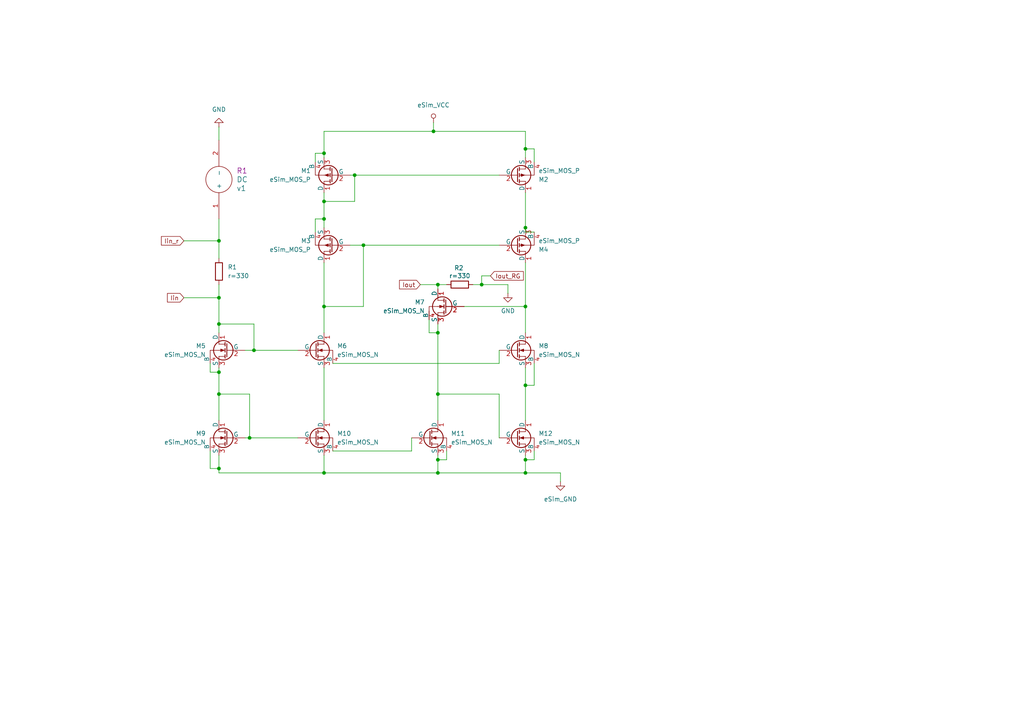
<source format=kicad_sch>
(kicad_sch (version 20231120) (generator "eeschema") (generator_version "8.0")
  (paper "A4")
  (lib_symbols
    (symbol "eSim_Devices:eSim_MOS_N" (pin_names (offset 0))
      (property "Reference" "M" (at 0 -3.81 0))
      (property "Value" "eSim_MOS_N" (at 2.54 -1.27 0))
      (symbol "eSim_MOS_N_0_1"
        (polyline (pts (xy 3.302 -7.366) (xy 3.302 -6.35)) (stroke (width 0.254)))
        (polyline (pts (xy 3.302 -6.858) (xy 5.08 -6.858)))
        (polyline (pts (xy 3.302 -5.588) (xy 3.302 -4.572)) (stroke (width 0.254)))
        (polyline (pts (xy 3.302 -5.08) (xy 5.08 -5.08)))
        (polyline (pts (xy 3.302 -3.81) (xy 3.302 -2.794)) (stroke (width 0.254)))
        (polyline (pts (xy 3.302 -3.302) (xy 5.08 -3.302)))
        (polyline (pts (xy 5.08 -7.62) (xy 5.08 -6.858)))
        (polyline (pts (xy 5.08 -3.302) (xy 5.08 -2.54)))
        (polyline (pts (xy 2.794 -6.985) (xy 2.794 -3.175) (xy 2.794 -3.175)) (stroke (width 0.254)))
        (polyline (pts (xy 5.08 -5.08) (xy 7.62 -5.08) (xy 7.62 -6.35)))
        (polyline (pts (xy 3.556 -5.08) (xy 4.572 -5.461) (xy 4.572 -4.699) (xy 3.556 -5.08)) (fill (type outline)))
        (circle (center 3.81 -5.08) (radius 2.8194) (stroke (width 0.254)))
      )
      (symbol "eSim_MOS_N_1_1"
        (pin passive line (at 5.08 0 270) (length 2.54) (name "D") (number "1"))
        (pin passive line (at -2.54 -5.08 0) (length 5.334) (name "G") (number "2"))
        (pin passive line (at 5.08 -10.16 90) (length 2.54) (name "S") (number "3"))
        (pin passive line (at 7.62 -8.89 90) (length 2.4892) (name "B") (number "4"))
      )
    )
    (symbol "eSim_Devices:eSim_MOS_P" (pin_names (offset 0))
      (property "Reference" "M" (at -1.27 1.27 0))
      (property "Value" "eSim_MOS_P" (at 1.27 3.81 0))
      (symbol "eSim_MOS_P_0_1"
        (polyline (pts (xy 2.032 -1.778) (xy 3.81 -1.778)))
        (polyline (pts (xy 2.032 -1.27) (xy 2.032 -2.286)) (stroke (width 0.254)))
        (polyline (pts (xy 2.032 0) (xy 3.81 0)))
        (polyline (pts (xy 2.032 0.508) (xy 2.032 -0.508)) (stroke (width 0.254)))
        (polyline (pts (xy 2.032 1.778) (xy 3.81 1.778)))
        (polyline (pts (xy 2.032 2.286) (xy 2.032 1.27)) (stroke (width 0.254)))
        (polyline (pts (xy 3.81 -1.778) (xy 3.81 -2.54)))
        (polyline (pts (xy 3.81 2.54) (xy 3.81 1.778)))
        (polyline (pts (xy 1.524 1.905) (xy 1.524 -1.905) (xy 1.524 -1.905)) (stroke (width 0.254)))
        (polyline (pts (xy 3.81 0) (xy 6.35 0) (xy 6.35 -1.27)))
        (polyline (pts (xy 3.556 0) (xy 2.54 -0.381) (xy 2.54 0.381) (xy 3.556 0)) (fill (type outline)))
        (circle (center 2.54 0) (radius 2.8194) (stroke (width 0.254)))
      )
      (symbol "eSim_MOS_P_1_1"
        (pin passive line (at 3.81 5.08 270) (length 2.54) (name "D") (number "1"))
        (pin passive line (at -3.81 0 0) (length 5.334) (name "G") (number "2"))
        (pin passive line (at 3.81 -5.08 90) (length 2.54) (name "S") (number "3"))
        (pin passive line (at 6.35 -3.81 90) (length 2.54) (name "B") (number "4"))
      )
    )
    (symbol "eSim_Devices:resistor" (pin_numbers hide) (pin_names (offset 0))
      (property "Reference" "R" (at 1.27 3.302 0))
      (property "Value" "resistor" (at 1.27 -1.27 0))
      (symbol "resistor_0_1"
        (rectangle (start 3.81 0.254) (end -1.27 2.286) (stroke (width 0.254)))
      )
      (symbol "resistor_1_1"
        (pin passive line (at -2.54 1.27 0) (length 1.27) (name "~") (number "1"))
        (pin passive line (at 5.08 1.27 180) (length 1.27) (name "~") (number "2"))
      )
    )
    (symbol "eSim_MOS_N_1" (pin_names (offset 0))
      (property "Reference" "M" (at 0 -3.81 0))
      (property "Value" "eSim_MOS_N" (at 2.54 -1.27 0))
      (symbol "eSim_MOS_N_1_0_1"
        (polyline (pts (xy 3.302 -7.366) (xy 3.302 -6.35)) (stroke (width 0.254)))
        (polyline (pts (xy 3.302 -6.858) (xy 5.08 -6.858)))
        (polyline (pts (xy 3.302 -5.588) (xy 3.302 -4.572)) (stroke (width 0.254)))
        (polyline (pts (xy 3.302 -5.08) (xy 5.08 -5.08)))
        (polyline (pts (xy 3.302 -3.81) (xy 3.302 -2.794)) (stroke (width 0.254)))
        (polyline (pts (xy 3.302 -3.302) (xy 5.08 -3.302)))
        (polyline (pts (xy 5.08 -7.62) (xy 5.08 -6.858)))
        (polyline (pts (xy 5.08 -3.302) (xy 5.08 -2.54)))
        (polyline (pts (xy 2.794 -6.985) (xy 2.794 -3.175) (xy 2.794 -3.175)) (stroke (width 0.254)))
        (polyline (pts (xy 5.08 -5.08) (xy 7.62 -5.08) (xy 7.62 -6.35)))
        (polyline (pts (xy 3.556 -5.08) (xy 4.572 -5.461) (xy 4.572 -4.699) (xy 3.556 -5.08)) (fill (type outline)))
        (circle (center 3.81 -5.08) (radius 2.8194) (stroke (width 0.254)))
      )
      (symbol "eSim_MOS_N_1_1_1"
        (pin passive line (at 5.08 0 270) (length 2.54) (name "D") (number "1"))
        (pin passive line (at -2.54 -5.08 0) (length 5.334) (name "G") (number "2"))
        (pin passive line (at 5.08 -10.16 90) (length 2.54) (name "S") (number "3"))
        (pin passive line (at 7.62 -8.89 90) (length 2.4892) (name "B") (number "4"))
      )
    )
    (symbol "eSim_MOS_N_2" (pin_names (offset 0))
      (property "Reference" "M" (at 0 -3.81 0))
      (property "Value" "eSim_MOS_N" (at 2.54 -1.27 0))
      (symbol "eSim_MOS_N_2_0_1"
        (polyline (pts (xy 3.302 -7.366) (xy 3.302 -6.35)) (stroke (width 0.254)))
        (polyline (pts (xy 3.302 -6.858) (xy 5.08 -6.858)))
        (polyline (pts (xy 3.302 -5.588) (xy 3.302 -4.572)) (stroke (width 0.254)))
        (polyline (pts (xy 3.302 -5.08) (xy 5.08 -5.08)))
        (polyline (pts (xy 3.302 -3.81) (xy 3.302 -2.794)) (stroke (width 0.254)))
        (polyline (pts (xy 3.302 -3.302) (xy 5.08 -3.302)))
        (polyline (pts (xy 5.08 -7.62) (xy 5.08 -6.858)))
        (polyline (pts (xy 5.08 -3.302) (xy 5.08 -2.54)))
        (polyline (pts (xy 2.794 -6.985) (xy 2.794 -3.175) (xy 2.794 -3.175)) (stroke (width 0.254)))
        (polyline (pts (xy 5.08 -5.08) (xy 7.62 -5.08) (xy 7.62 -6.35)))
        (polyline (pts (xy 3.556 -5.08) (xy 4.572 -5.461) (xy 4.572 -4.699) (xy 3.556 -5.08)) (fill (type outline)))
        (circle (center 3.81 -5.08) (radius 2.8194) (stroke (width 0.254)))
      )
      (symbol "eSim_MOS_N_2_1_1"
        (pin passive line (at 5.08 0 270) (length 2.54) (name "D") (number "1"))
        (pin passive line (at -2.54 -5.08 0) (length 5.334) (name "G") (number "2"))
        (pin passive line (at 5.08 -10.16 90) (length 2.54) (name "S") (number "3"))
        (pin passive line (at 7.62 -8.89 90) (length 2.4892) (name "B") (number "4"))
      )
    )
    (symbol "eSim_MOS_N_3" (pin_names (offset 0))
      (property "Reference" "M" (at 0 -3.81 0))
      (property "Value" "eSim_MOS_N" (at 2.54 -1.27 0))
      (symbol "eSim_MOS_N_3_0_1"
        (polyline (pts (xy 3.302 -7.366) (xy 3.302 -6.35)) (stroke (width 0.254)))
        (polyline (pts (xy 3.302 -6.858) (xy 5.08 -6.858)))
        (polyline (pts (xy 3.302 -5.588) (xy 3.302 -4.572)) (stroke (width 0.254)))
        (polyline (pts (xy 3.302 -5.08) (xy 5.08 -5.08)))
        (polyline (pts (xy 3.302 -3.81) (xy 3.302 -2.794)) (stroke (width 0.254)))
        (polyline (pts (xy 3.302 -3.302) (xy 5.08 -3.302)))
        (polyline (pts (xy 5.08 -7.62) (xy 5.08 -6.858)))
        (polyline (pts (xy 5.08 -3.302) (xy 5.08 -2.54)))
        (polyline (pts (xy 2.794 -6.985) (xy 2.794 -3.175) (xy 2.794 -3.175)) (stroke (width 0.254)))
        (polyline (pts (xy 5.08 -5.08) (xy 7.62 -5.08) (xy 7.62 -6.35)))
        (polyline (pts (xy 3.556 -5.08) (xy 4.572 -5.461) (xy 4.572 -4.699) (xy 3.556 -5.08)) (fill (type outline)))
        (circle (center 3.81 -5.08) (radius 2.8194) (stroke (width 0.254)))
      )
      (symbol "eSim_MOS_N_3_1_1"
        (pin passive line (at 5.08 0 270) (length 2.54) (name "D") (number "1"))
        (pin passive line (at -2.54 -5.08 0) (length 5.334) (name "G") (number "2"))
        (pin passive line (at 5.08 -10.16 90) (length 2.54) (name "S") (number "3"))
        (pin passive line (at 7.62 -8.89 90) (length 2.4892) (name "B") (number "4"))
      )
    )
    (symbol "eSim_MOS_N_4" (pin_names (offset 0))
      (property "Reference" "M" (at 0 -3.81 0))
      (property "Value" "eSim_MOS_N" (at 2.54 -1.27 0))
      (symbol "eSim_MOS_N_4_0_1"
        (polyline (pts (xy 3.302 -7.366) (xy 3.302 -6.35)) (stroke (width 0.254)))
        (polyline (pts (xy 3.302 -6.858) (xy 5.08 -6.858)))
        (polyline (pts (xy 3.302 -5.588) (xy 3.302 -4.572)) (stroke (width 0.254)))
        (polyline (pts (xy 3.302 -5.08) (xy 5.08 -5.08)))
        (polyline (pts (xy 3.302 -3.81) (xy 3.302 -2.794)) (stroke (width 0.254)))
        (polyline (pts (xy 3.302 -3.302) (xy 5.08 -3.302)))
        (polyline (pts (xy 5.08 -7.62) (xy 5.08 -6.858)))
        (polyline (pts (xy 5.08 -3.302) (xy 5.08 -2.54)))
        (polyline (pts (xy 2.794 -6.985) (xy 2.794 -3.175) (xy 2.794 -3.175)) (stroke (width 0.254)))
        (polyline (pts (xy 5.08 -5.08) (xy 7.62 -5.08) (xy 7.62 -6.35)))
        (polyline (pts (xy 3.556 -5.08) (xy 4.572 -5.461) (xy 4.572 -4.699) (xy 3.556 -5.08)) (fill (type outline)))
        (circle (center 3.81 -5.08) (radius 2.8194) (stroke (width 0.254)))
      )
      (symbol "eSim_MOS_N_4_1_1"
        (pin passive line (at 5.08 0 270) (length 2.54) (name "D") (number "1"))
        (pin passive line (at -2.54 -5.08 0) (length 5.334) (name "G") (number "2"))
        (pin passive line (at 5.08 -10.16 90) (length 2.54) (name "S") (number "3"))
        (pin passive line (at 7.62 -8.89 90) (length 2.4892) (name "B") (number "4"))
      )
    )
    (symbol "eSim_MOS_N_5" (pin_names (offset 0))
      (property "Reference" "M" (at 0 -3.81 0))
      (property "Value" "eSim_MOS_N" (at 2.54 -1.27 0))
      (symbol "eSim_MOS_N_5_0_1"
        (polyline (pts (xy 3.302 -7.366) (xy 3.302 -6.35)) (stroke (width 0.254)))
        (polyline (pts (xy 3.302 -6.858) (xy 5.08 -6.858)))
        (polyline (pts (xy 3.302 -5.588) (xy 3.302 -4.572)) (stroke (width 0.254)))
        (polyline (pts (xy 3.302 -5.08) (xy 5.08 -5.08)))
        (polyline (pts (xy 3.302 -3.81) (xy 3.302 -2.794)) (stroke (width 0.254)))
        (polyline (pts (xy 3.302 -3.302) (xy 5.08 -3.302)))
        (polyline (pts (xy 5.08 -7.62) (xy 5.08 -6.858)))
        (polyline (pts (xy 5.08 -3.302) (xy 5.08 -2.54)))
        (polyline (pts (xy 2.794 -6.985) (xy 2.794 -3.175) (xy 2.794 -3.175)) (stroke (width 0.254)))
        (polyline (pts (xy 5.08 -5.08) (xy 7.62 -5.08) (xy 7.62 -6.35)))
        (polyline (pts (xy 3.556 -5.08) (xy 4.572 -5.461) (xy 4.572 -4.699) (xy 3.556 -5.08)) (fill (type outline)))
        (circle (center 3.81 -5.08) (radius 2.8194) (stroke (width 0.254)))
      )
      (symbol "eSim_MOS_N_5_1_1"
        (pin passive line (at 5.08 0 270) (length 2.54) (name "D") (number "1"))
        (pin passive line (at -2.54 -5.08 0) (length 5.334) (name "G") (number "2"))
        (pin passive line (at 5.08 -10.16 90) (length 2.54) (name "S") (number "3"))
        (pin passive line (at 7.62 -8.89 90) (length 2.4892) (name "B") (number "4"))
      )
    )
    (symbol "eSim_MOS_N_6" (pin_names (offset 0))
      (property "Reference" "M" (at 0 -3.81 0))
      (property "Value" "eSim_MOS_N" (at 2.54 -1.27 0))
      (symbol "eSim_MOS_N_6_0_1"
        (polyline (pts (xy 3.302 -7.366) (xy 3.302 -6.35)) (stroke (width 0.254)))
        (polyline (pts (xy 3.302 -6.858) (xy 5.08 -6.858)))
        (polyline (pts (xy 3.302 -5.588) (xy 3.302 -4.572)) (stroke (width 0.254)))
        (polyline (pts (xy 3.302 -5.08) (xy 5.08 -5.08)))
        (polyline (pts (xy 3.302 -3.81) (xy 3.302 -2.794)) (stroke (width 0.254)))
        (polyline (pts (xy 3.302 -3.302) (xy 5.08 -3.302)))
        (polyline (pts (xy 5.08 -7.62) (xy 5.08 -6.858)))
        (polyline (pts (xy 5.08 -3.302) (xy 5.08 -2.54)))
        (polyline (pts (xy 2.794 -6.985) (xy 2.794 -3.175) (xy 2.794 -3.175)) (stroke (width 0.254)))
        (polyline (pts (xy 5.08 -5.08) (xy 7.62 -5.08) (xy 7.62 -6.35)))
        (polyline (pts (xy 3.556 -5.08) (xy 4.572 -5.461) (xy 4.572 -4.699) (xy 3.556 -5.08)) (fill (type outline)))
        (circle (center 3.81 -5.08) (radius 2.8194) (stroke (width 0.254)))
      )
      (symbol "eSim_MOS_N_6_1_1"
        (pin passive line (at 5.08 0 270) (length 2.54) (name "D") (number "1"))
        (pin passive line (at -2.54 -5.08 0) (length 5.334) (name "G") (number "2"))
        (pin passive line (at 5.08 -10.16 90) (length 2.54) (name "S") (number "3"))
        (pin passive line (at 7.62 -8.89 90) (length 2.4892) (name "B") (number "4"))
      )
    )
    (symbol "eSim_MOS_N_7" (pin_names (offset 0))
      (property "Reference" "M" (at 0 -3.81 0))
      (property "Value" "eSim_MOS_N" (at 2.54 -1.27 0))
      (symbol "eSim_MOS_N_7_0_1"
        (polyline (pts (xy 3.302 -7.366) (xy 3.302 -6.35)) (stroke (width 0.254)))
        (polyline (pts (xy 3.302 -6.858) (xy 5.08 -6.858)))
        (polyline (pts (xy 3.302 -5.588) (xy 3.302 -4.572)) (stroke (width 0.254)))
        (polyline (pts (xy 3.302 -5.08) (xy 5.08 -5.08)))
        (polyline (pts (xy 3.302 -3.81) (xy 3.302 -2.794)) (stroke (width 0.254)))
        (polyline (pts (xy 3.302 -3.302) (xy 5.08 -3.302)))
        (polyline (pts (xy 5.08 -7.62) (xy 5.08 -6.858)))
        (polyline (pts (xy 5.08 -3.302) (xy 5.08 -2.54)))
        (polyline (pts (xy 2.794 -6.985) (xy 2.794 -3.175) (xy 2.794 -3.175)) (stroke (width 0.254)))
        (polyline (pts (xy 5.08 -5.08) (xy 7.62 -5.08) (xy 7.62 -6.35)))
        (polyline (pts (xy 3.556 -5.08) (xy 4.572 -5.461) (xy 4.572 -4.699) (xy 3.556 -5.08)) (fill (type outline)))
        (circle (center 3.81 -5.08) (radius 2.8194) (stroke (width 0.254)))
      )
      (symbol "eSim_MOS_N_7_1_1"
        (pin passive line (at 5.08 0 270) (length 2.54) (name "D") (number "1"))
        (pin passive line (at -2.54 -5.08 0) (length 5.334) (name "G") (number "2"))
        (pin passive line (at 5.08 -10.16 90) (length 2.54) (name "S") (number "3"))
        (pin passive line (at 7.62 -8.89 90) (length 2.4892) (name "B") (number "4"))
      )
    )
    (symbol "eSim_MOS_P_2" (pin_names (offset 0))
      (property "Reference" "M" (at -1.27 1.27 0))
      (property "Value" "eSim_MOS_P" (at 1.27 3.81 0))
      (symbol "eSim_MOS_P_2_0_1"
        (polyline (pts (xy 2.032 -1.778) (xy 3.81 -1.778)))
        (polyline (pts (xy 2.032 -1.27) (xy 2.032 -2.286)) (stroke (width 0.254)))
        (polyline (pts (xy 2.032 0) (xy 3.81 0)))
        (polyline (pts (xy 2.032 0.508) (xy 2.032 -0.508)) (stroke (width 0.254)))
        (polyline (pts (xy 2.032 1.778) (xy 3.81 1.778)))
        (polyline (pts (xy 2.032 2.286) (xy 2.032 1.27)) (stroke (width 0.254)))
        (polyline (pts (xy 3.81 -1.778) (xy 3.81 -2.54)))
        (polyline (pts (xy 3.81 2.54) (xy 3.81 1.778)))
        (polyline (pts (xy 1.524 1.905) (xy 1.524 -1.905) (xy 1.524 -1.905)) (stroke (width 0.254)))
        (polyline (pts (xy 3.81 0) (xy 6.35 0) (xy 6.35 -1.27)))
        (polyline (pts (xy 3.556 0) (xy 2.54 -0.381) (xy 2.54 0.381) (xy 3.556 0)) (fill (type outline)))
        (circle (center 2.54 0) (radius 2.8194) (stroke (width 0.254)))
      )
      (symbol "eSim_MOS_P_2_1_1"
        (pin passive line (at 3.81 5.08 270) (length 2.54) (name "D") (number "1"))
        (pin passive line (at -3.81 0 0) (length 5.334) (name "G") (number "2"))
        (pin passive line (at 3.81 -5.08 90) (length 2.54) (name "S") (number "3"))
        (pin passive line (at 6.35 -3.81 90) (length 2.54) (name "B") (number "4"))
      )
    )
    (symbol "eSim_MOS_P_3" (pin_names (offset 0))
      (property "Reference" "M" (at -1.27 1.27 0))
      (property "Value" "eSim_MOS_P" (at 1.27 3.81 0))
      (symbol "eSim_MOS_P_3_0_1"
        (polyline (pts (xy 2.032 -1.778) (xy 3.81 -1.778)))
        (polyline (pts (xy 2.032 -1.27) (xy 2.032 -2.286)) (stroke (width 0.254)))
        (polyline (pts (xy 2.032 0) (xy 3.81 0)))
        (polyline (pts (xy 2.032 0.508) (xy 2.032 -0.508)) (stroke (width 0.254)))
        (polyline (pts (xy 2.032 1.778) (xy 3.81 1.778)))
        (polyline (pts (xy 2.032 2.286) (xy 2.032 1.27)) (stroke (width 0.254)))
        (polyline (pts (xy 3.81 -1.778) (xy 3.81 -2.54)))
        (polyline (pts (xy 3.81 2.54) (xy 3.81 1.778)))
        (polyline (pts (xy 1.524 1.905) (xy 1.524 -1.905) (xy 1.524 -1.905)) (stroke (width 0.254)))
        (polyline (pts (xy 3.81 0) (xy 6.35 0) (xy 6.35 -1.27)))
        (polyline (pts (xy 3.556 0) (xy 2.54 -0.381) (xy 2.54 0.381) (xy 3.556 0)) (fill (type outline)))
        (circle (center 2.54 0) (radius 2.8194) (stroke (width 0.254)))
      )
      (symbol "eSim_MOS_P_3_1_1"
        (pin passive line (at 3.81 5.08 270) (length 2.54) (name "D") (number "1"))
        (pin passive line (at -3.81 0 0) (length 5.334) (name "G") (number "2"))
        (pin passive line (at 3.81 -5.08 90) (length 2.54) (name "S") (number "3"))
        (pin passive line (at 6.35 -3.81 90) (length 2.54) (name "B") (number "4"))
      )
    )
    (symbol "eSim_Power:eSim_GND" (power) (pin_names (offset 0))
      (property "Value" "eSim_GND" (at 0 -3.81 0))
      (symbol "eSim_GND_0_1"
        (polyline (pts (xy 0 0) (xy 0 -1.27) (xy 1.27 -1.27) (xy 0 -2.54) (xy -1.27 -1.27) (xy 0 -1.27)))
      )
      (symbol "eSim_GND_1_1"
        (pin power_in line (at 0 0 270) (length 0) hide (name "GND") (number "1"))
      )
    )
    (symbol "eSim_Power:eSim_VCC" (power) (pin_names (offset 0))
      (property "Value" "eSim_VCC" (at 0 3.81 0))
      (symbol "eSim_VCC_0_1"
        (polyline (pts (xy 0 0) (xy 0 1.27)))
        (circle (center 0 1.905) (radius 0.635))
      )
      (symbol "eSim_VCC_1_1"
        (pin power_in line (at 0 0 90) (length 0) hide (name "VCC") (number "1"))
      )
    )
    (symbol "eSim_Sources:DC" (pin_names (offset 1.016))
      (property "Reference" "v" (at -5.08 2.54 0))
      (property "Value" "DC" (at -5.08 -1.27 0))
      (property "Footprint" "R1" (at -7.62 0 0))
      (symbol "DC_0_1"
        (circle (center 0 0) (radius 3.81))
      )
      (symbol "DC_1_1"
        (pin power_out line (at 0 11.43 270) (length 7.62) (name "+") (number "1"))
        (pin power_out line (at 0 -11.43 90) (length 7.62) (name "-") (number "2"))
      )
    )
    (symbol "power:GND" (power) (pin_numbers hide) (pin_names (offset 0) hide)
      (property "Value" "GND" (at 0 -3.81 0))
      (symbol "GND_0_1"
        (polyline (pts (xy 0 0) (xy 0 -1.27) (xy 1.27 -1.27) (xy 0 -2.54) (xy -1.27 -1.27) (xy 0 -1.27)))
      )
      (symbol "GND_1_1"
        (pin power_in line (at 0 0 270) (length 0) (name "~") (number "1"))
      )
    )
  )
  (junction (at 93.98 88.9))
  (junction (at 105.41 71.12))
  (junction (at 63.5 69.85))
  (junction (at 139.7 82.55))
  (junction (at 152.4 88.9))
  (junction (at 152.4 66.04))
  (junction (at 63.5 86.36))
  (junction (at 93.98 58.42))
  (junction (at 93.98 63.5))
  (junction (at 102.87 50.8))
  (junction (at 73.66 101.6))
  (junction (at 127 137.16))
  (junction (at 152.4 137.16))
  (junction (at 93.98 44.45))
  (junction (at 125.73 38.1))
  (junction (at 152.4 43.18))
  (junction (at 152.4 133.35))
  (junction (at 93.98 137.16))
  (junction (at 63.5 93.98))
  (junction (at 127 133.35))
  (junction (at 63.5 107.95))
  (junction (at 152.4 111.76))
  (junction (at 72.39 127))
  (junction (at 127 82.55))
  (junction (at 63.5 135.89))
  (junction (at 127 114.3))
  (junction (at 63.5 114.3))
  (junction (at 127 96.52))
  (wire (pts (xy 147.32 85.09) (xy 147.32 82.55)))
  (wire (pts (xy 147.32 82.55) (xy 139.7 82.55)))
  (wire (pts (xy 152.4 88.9) (xy 152.4 96.52)))
  (wire (pts (xy 127 82.55) (xy 129.54 82.55)))
  (wire (pts (xy 63.5 135.89) (xy 63.5 137.16)))
  (wire (pts (xy 60.96 105.41) (xy 60.96 107.95)))
  (wire (pts (xy 96.52 105.41) (xy 144.78 105.41)))
  (wire (pts (xy 63.5 132.08) (xy 63.5 135.89)))
  (wire (pts (xy 127 96.52) (xy 127 114.3)))
  (wire (pts (xy 71.12 101.6) (xy 73.66 101.6)))
  (wire (pts (xy 93.98 106.68) (xy 93.98 121.92)))
  (wire (pts (xy 53.34 86.36) (xy 63.5 86.36)))
  (wire (pts (xy 124.46 92.71) (xy 124.46 96.52)))
  (wire (pts (xy 129.54 130.81) (xy 129.54 133.35)))
  (wire (pts (xy 152.4 137.16) (xy 162.56 137.16)))
  (wire (pts (xy 73.66 93.98) (xy 73.66 101.6)))
  (wire (pts (xy 137.16 82.55) (xy 139.7 82.55)))
  (wire (pts (xy 60.96 130.81) (xy 60.96 135.89)))
  (wire (pts (xy 63.5 93.98) (xy 73.66 93.98)))
  (wire (pts (xy 152.4 111.76) (xy 154.94 111.76)))
  (wire (pts (xy 63.5 36.83) (xy 63.5 40.64)))
  (wire (pts (xy 102.87 50.8) (xy 144.78 50.8)))
  (wire (pts (xy 127 137.16) (xy 152.4 137.16)))
  (wire (pts (xy 139.7 80.01) (xy 139.7 82.55)))
  (wire (pts (xy 101.6 50.8) (xy 102.87 50.8)))
  (wire (pts (xy 127 133.35) (xy 127 137.16)))
  (wire (pts (xy 63.5 137.16) (xy 93.98 137.16)))
  (wire (pts (xy 73.66 101.6) (xy 86.36 101.6)))
  (wire (pts (xy 152.4 55.88) (xy 152.4 66.04)))
  (wire (pts (xy 53.34 69.85) (xy 63.5 69.85)))
  (wire (pts (xy 102.87 50.8) (xy 102.87 58.42)))
  (wire (pts (xy 93.98 45.72) (xy 93.98 44.45)))
  (wire (pts (xy 63.5 114.3) (xy 63.5 121.92)))
  (wire (pts (xy 72.39 127) (xy 86.36 127)))
  (wire (pts (xy 162.56 137.16) (xy 162.56 139.7)))
  (wire (pts (xy 152.4 111.76) (xy 152.4 121.92)))
  (wire (pts (xy 93.98 58.42) (xy 93.98 63.5)))
  (wire (pts (xy 63.5 63.5) (xy 63.5 69.85)))
  (wire (pts (xy 125.73 35.56) (xy 125.73 38.1)))
  (wire (pts (xy 152.4 43.18) (xy 152.4 45.72)))
  (wire (pts (xy 121.92 82.55) (xy 127 82.55)))
  (wire (pts (xy 154.94 43.18) (xy 154.94 46.99)))
  (wire (pts (xy 60.96 135.89) (xy 63.5 135.89)))
  (wire (pts (xy 93.98 88.9) (xy 93.98 96.52)))
  (wire (pts (xy 60.96 107.95) (xy 63.5 107.95)))
  (wire (pts (xy 144.78 101.6) (xy 144.78 105.41)))
  (wire (pts (xy 93.98 63.5) (xy 93.98 66.04)))
  (wire (pts (xy 63.5 106.68) (xy 63.5 107.95)))
  (wire (pts (xy 93.98 58.42) (xy 102.87 58.42)))
  (wire (pts (xy 105.41 71.12) (xy 105.41 88.9)))
  (wire (pts (xy 134.62 88.9) (xy 152.4 88.9)))
  (wire (pts (xy 91.44 63.5) (xy 93.98 63.5)))
  (wire (pts (xy 154.94 130.81) (xy 154.94 133.35)))
  (wire (pts (xy 127 133.35) (xy 129.54 133.35)))
  (wire (pts (xy 93.98 132.08) (xy 93.98 137.16)))
  (wire (pts (xy 152.4 133.35) (xy 154.94 133.35)))
  (wire (pts (xy 63.5 86.36) (xy 63.5 93.98)))
  (wire (pts (xy 93.98 55.88) (xy 93.98 58.42)))
  (wire (pts (xy 63.5 82.55) (xy 63.5 86.36)))
  (wire (pts (xy 127 114.3) (xy 127 121.92)))
  (wire (pts (xy 71.12 127) (xy 72.39 127)))
  (wire (pts (xy 127 93.98) (xy 127 96.52)))
  (wire (pts (xy 119.38 127) (xy 119.38 130.81)))
  (wire (pts (xy 105.41 88.9) (xy 93.98 88.9)))
  (wire (pts (xy 101.6 71.12) (xy 105.41 71.12)))
  (wire (pts (xy 152.4 38.1) (xy 152.4 43.18)))
  (wire (pts (xy 63.5 114.3) (xy 72.39 114.3)))
  (wire (pts (xy 127 82.55) (xy 127 83.82)))
  (wire (pts (xy 93.98 137.16) (xy 127 137.16)))
  (wire (pts (xy 125.73 38.1) (xy 152.4 38.1)))
  (wire (pts (xy 93.98 76.2) (xy 93.98 88.9)))
  (wire (pts (xy 152.4 76.2) (xy 152.4 88.9)))
  (wire (pts (xy 91.44 67.31) (xy 91.44 63.5)))
  (wire (pts (xy 96.52 130.81) (xy 119.38 130.81)))
  (wire (pts (xy 139.7 80.01) (xy 142.24 80.01)))
  (wire (pts (xy 127 114.3) (xy 144.78 114.3)))
  (wire (pts (xy 93.98 44.45) (xy 93.98 38.1)))
  (wire (pts (xy 63.5 107.95) (xy 63.5 114.3)))
  (wire (pts (xy 91.44 44.45) (xy 93.98 44.45)))
  (wire (pts (xy 152.4 43.18) (xy 154.94 43.18)))
  (wire (pts (xy 154.94 105.41) (xy 154.94 111.76)))
  (wire (pts (xy 144.78 114.3) (xy 144.78 127)))
  (wire (pts (xy 152.4 67.31) (xy 154.94 67.31)))
  (wire (pts (xy 152.4 67.31) (xy 152.4 66.04)))
  (wire (pts (xy 72.39 114.3) (xy 72.39 127)))
  (wire (pts (xy 152.4 132.08) (xy 152.4 133.35)))
  (wire (pts (xy 152.4 133.35) (xy 152.4 137.16)))
  (wire (pts (xy 63.5 69.85) (xy 63.5 74.93)))
  (wire (pts (xy 105.41 71.12) (xy 144.78 71.12)))
  (wire (pts (xy 91.44 46.99) (xy 91.44 44.45)))
  (wire (pts (xy 63.5 93.98) (xy 63.5 96.52)))
  (wire (pts (xy 93.98 38.1) (xy 125.73 38.1)))
  (wire (pts (xy 127 132.08) (xy 127 133.35)))
  (wire (pts (xy 124.46 96.52) (xy 127 96.52)))
  (wire (pts (xy 152.4 106.68) (xy 152.4 111.76)))
  (global_label "Iout_RG" (shape input) (at 142.24 80.01 0) (property "Intersheetrefs" "${INTERSHEET_REFS}" (effects (hide yes))))
  (global_label "Iin_r" (shape input) (at 53.34 69.85 180) (property "Intersheetrefs" "${INTERSHEET_REFS}" (effects (hide yes))))
  (global_label "Iin" (shape input) (at 53.34 86.36 180) (property "Intersheetrefs" "${INTERSHEET_REFS}" (effects (hide yes))))
  (global_label "Iout" (shape input) (at 121.92 82.55 180) (property "Intersheetrefs" "${INTERSHEET_REFS}" (effects (hide yes))))
  (symbol (lib_id "eSim_Devices:resistor") (at 64.77 80.01 90) (unit 1)
    (property "Reference" "R1" (at 66.04 77.4699 90) (effects (justify right)))
    (property "Value" "${SIM.PARAMS}" (at 66.04 80.0099 90) (effects (justify right)))
    (property "Sim.Device" "R" (effects (hide yes)))
    (property "Sim.Params" "r=330" (effects (hide yes)))
    (property "Sim.Pins" "1=+ 2=-" (effects (hide yes)))
  )
  (symbol (lib_id "power:GND") (at 147.32 85.09 0) (unit 1)
    (property "Reference" "#PWR1" (effects (hide yes)))
    (property "Value" "GND" (at 147.32 90.17 0))
    (property "Description" "Power symbol creates a global label with name \"GND\" , ground" (effects (hide yes)))
  )
  (symbol (lib_name "eSim_MOS_N_1") (lib_id "eSim_Devices:eSim_MOS_N") (at 68.58 96.52 0) (mirror y) (unit 1)
    (property "Reference" "M5" (at 59.69 100.3299 0) (effects (justify left)))
    (property "Value" "eSim_MOS_N" (at 59.69 102.8699 0) (effects (justify left)))
    (property "Sim.Device" "NMOS" (effects (hide yes)))
    (property "Sim.Type" "BSIM3" (effects (hide yes)))
    (property "Sim.Pins" "1=D 2=G 3=S 4=B" (effects (hide yes)))
  )
  (symbol (lib_id "eSim_Devices:resistor") (at 134.62 81.28 180) (unit 1)
    (property "Reference" "R2" (at 133.096 77.724 0))
    (property "Value" "${SIM.PARAMS}" (at 133.35 80.01 0))
    (property "Sim.Device" "R" (effects (hide yes)))
    (property "Sim.Params" "r=330" (effects (hide yes)))
    (property "Sim.Pins" "1=+ 2=-" (effects (hide yes)))
  )
  (symbol (lib_name "eSim_MOS_N_4") (lib_id "eSim_Devices:eSim_MOS_N") (at 147.32 96.52 0) (unit 1)
    (property "Reference" "M8" (at 156.21 100.3299 0) (effects (justify left)))
    (property "Value" "eSim_MOS_N" (at 156.21 102.8699 0) (effects (justify left)))
    (property "Sim.Device" "NMOS" (effects (hide yes)))
    (property "Sim.Type" "BSIM3" (effects (hide yes)))
    (property "Sim.Pins" "1=D 2=G 3=S 4=B" (effects (hide yes)))
  )
  (symbol (lib_name "eSim_MOS_N_7") (lib_id "eSim_Devices:eSim_MOS_N") (at 132.08 83.82 0) (mirror y) (unit 1)
    (property "Reference" "M7" (at 123.19 87.6299 0) (effects (justify left)))
    (property "Value" "eSim_MOS_N" (at 123.19 90.1699 0) (effects (justify left)))
    (property "Sim.Device" "NMOS" (effects (hide yes)))
    (property "Sim.Type" "BSIM3" (effects (hide yes)))
    (property "Sim.Pins" "1=D 2=G 3=S 4=B" (effects (hide yes)))
  )
  (symbol (lib_name "eSim_MOS_P_3") (lib_id "eSim_Devices:eSim_MOS_P") (at 97.79 50.8 180) (unit 1)
    (property "Reference" "M1" (at 90.17 49.5299 0) (effects (justify left)))
    (property "Value" "eSim_MOS_P" (at 90.17 52.0699 0) (effects (justify left)))
    (property "Sim.Device" "PMOS" (effects (hide yes)))
    (property "Sim.Type" "BSIM3" (effects (hide yes)))
    (property "Sim.Pins" "1=D 2=G 3=S 4=B" (effects (hide yes)))
  )
  (symbol (lib_name "eSim_MOS_N_2") (lib_id "eSim_Devices:eSim_MOS_N") (at 68.58 121.92 0) (mirror y) (unit 1)
    (property "Reference" "M9" (at 59.69 125.7299 0) (effects (justify left)))
    (property "Value" "eSim_MOS_N" (at 59.69 128.2699 0) (effects (justify left)))
    (property "Sim.Device" "NMOS" (effects (hide yes)))
    (property "Sim.Type" "BSIM3" (effects (hide yes)))
    (property "Sim.Pins" "1=D 2=G 3=S 4=B" (effects (hide yes)))
  )
  (symbol (lib_id "eSim_Sources:DC") (at 63.5 52.07 0) (mirror x) (unit 1)
    (property "Reference" "v1" (at 68.58 54.6101 0) (effects (font (size 1.524 1.524)) (justify left)))
    (property "Value" "DC" (at 68.58 52.0701 0) (effects (font (size 1.524 1.524)) (justify left)))
    (property "Footprint" "R1" (at 68.58 49.5301 0) (effects (font (size 1.524 1.524)) (justify left)))
    (property "Sim.Device" "V" (effects (hide yes)))
    (property "Sim.Type" "DC" (effects (hide yes)))
    (property "Sim.Pins" "1=+ 2=-" (effects (hide yes)))
    (property "Sim.Params" "dc=4" (effects (hide yes)))
  )
  (symbol (lib_name "eSim_MOS_N_3") (lib_id "eSim_Devices:eSim_MOS_N") (at 121.92 121.92 0) (unit 1)
    (property "Reference" "M11" (at 130.81 125.7299 0) (effects (justify left)))
    (property "Value" "eSim_MOS_N" (at 130.81 128.2699 0) (effects (justify left)))
    (property "Sim.Device" "NMOS" (effects (hide yes)))
    (property "Sim.Type" "BSIM3" (effects (hide yes)))
    (property "Sim.Pins" "1=D 2=G 3=S 4=B" (effects (hide yes)))
  )
  (symbol (lib_name "eSim_MOS_N_6") (lib_id "eSim_Devices:eSim_MOS_N") (at 88.9 121.92 0) (unit 1)
    (property "Reference" "M10" (at 97.79 125.7299 0) (effects (justify left)))
    (property "Value" "eSim_MOS_N" (at 97.79 128.2699 0) (effects (justify left)))
    (property "Sim.Device" "NMOS" (effects (hide yes)))
    (property "Sim.Type" "BSIM3" (effects (hide yes)))
    (property "Sim.Pins" "1=D 2=G 3=S 4=B" (effects (hide yes)))
  )
  (symbol (lib_id "eSim_Devices:eSim_MOS_P") (at 148.59 71.12 0) (mirror x) (unit 1)
    (property "Reference" "M4" (at 156.21 72.3901 0) (effects (justify left)))
    (property "Value" "eSim_MOS_P" (at 156.21 69.8501 0) (effects (justify left)))
    (property "Sim.Device" "PMOS" (effects (hide yes)))
    (property "Sim.Type" "BSIM3" (effects (hide yes)))
    (property "Sim.Pins" "1=D 2=G 3=S 4=B" (effects (hide yes)))
  )
  (symbol (lib_id "power:GND") (at 63.5 36.83 180) (unit 1)
    (property "Reference" "#PWR3" (effects (hide yes)))
    (property "Value" "GND" (at 63.5 31.75 0))
    (property "Description" "Power symbol creates a global label with name \"GND\" , ground" (effects (hide yes)))
  )
  (symbol (lib_name "eSim_MOS_N_5") (lib_id "eSim_Devices:eSim_MOS_N") (at 88.9 96.52 0) (unit 1)
    (property "Reference" "M6" (at 97.79 100.3299 0) (effects (justify left)))
    (property "Value" "eSim_MOS_N" (at 97.79 102.8699 0) (effects (justify left)))
    (property "Sim.Device" "NMOS" (effects (hide yes)))
    (property "Sim.Type" "BSIM3" (effects (hide yes)))
    (property "Sim.Pins" "1=D 2=G 3=S 4=B" (effects (hide yes)))
  )
  (symbol (lib_id "eSim_Power:eSim_GND") (at 162.56 139.7 0) (unit 1)
    (property "Reference" "#PWR101" (effects (hide yes)))
    (property "Value" "eSim_GND" (at 162.56 144.78 0))
  )
  (symbol (lib_id "eSim_Devices:eSim_MOS_N") (at 147.32 121.92 0) (unit 1)
    (property "Reference" "M12" (at 156.21 125.7299 0) (effects (justify left)))
    (property "Value" "eSim_MOS_N" (at 156.21 128.2699 0) (effects (justify left)))
    (property "Sim.Device" "NMOS" (effects (hide yes)))
    (property "Sim.Type" "BSIM3" (effects (hide yes)))
    (property "Sim.Pins" "1=D 2=G 3=S 4=B" (effects (hide yes)))
  )
  (symbol (lib_id "eSim_Power:eSim_VCC") (at 125.73 35.56 0) (unit 1)
    (property "Reference" "#PWR2" (effects (hide yes)))
    (property "Value" "eSim_VCC" (at 125.73 30.48 0))
  )
  (symbol (lib_name "eSim_MOS_P_3") (lib_id "eSim_Devices:eSim_MOS_P") (at 97.79 71.12 180) (unit 1)
    (property "Reference" "M3" (at 90.17 69.8499 0) (effects (justify left)))
    (property "Value" "eSim_MOS_P" (at 90.17 72.3899 0) (effects (justify left)))
    (property "Sim.Device" "PMOS" (effects (hide yes)))
    (property "Sim.Type" "BSIM3" (effects (hide yes)))
    (property "Sim.Pins" "1=D 2=G 3=S 4=B" (effects (hide yes)))
  )
  (symbol (lib_name "eSim_MOS_P_2") (lib_id "eSim_Devices:eSim_MOS_P") (at 148.59 50.8 0) (mirror x) (unit 1)
    (property "Reference" "M2" (at 156.21 52.0701 0) (effects (justify left)))
    (property "Value" "eSim_MOS_P" (at 156.21 49.5301 0) (effects (justify left)))
    (property "Sim.Device" "PMOS" (effects (hide yes)))
    (property "Sim.Type" "BSIM3" (effects (hide yes)))
    (property "Sim.Pins" "1=D 2=G 3=S 4=B" (effects (hide yes)))
  )
)
</source>
